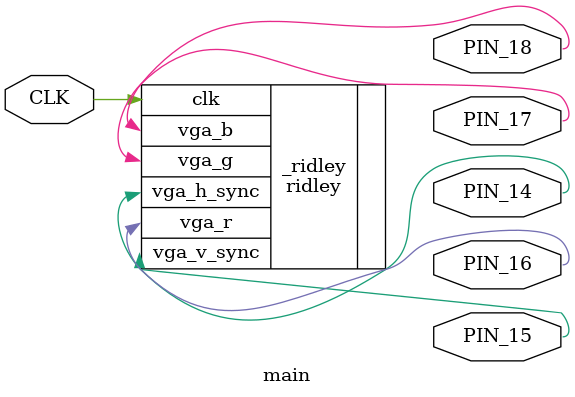
<source format=v>
module main (
    input CLK, 
    output PIN_14,
    output PIN_15,
    output PIN_16,
    output PIN_17,
    output PIN_18);

ridley _ridley (
    .clk (CLK),
    .vga_h_sync (PIN_14),
    .vga_v_sync (PIN_15),
    .vga_r (PIN_16),
    .vga_g (PIN_17),
    .vga_b (PIN_18));

endmodule


</source>
